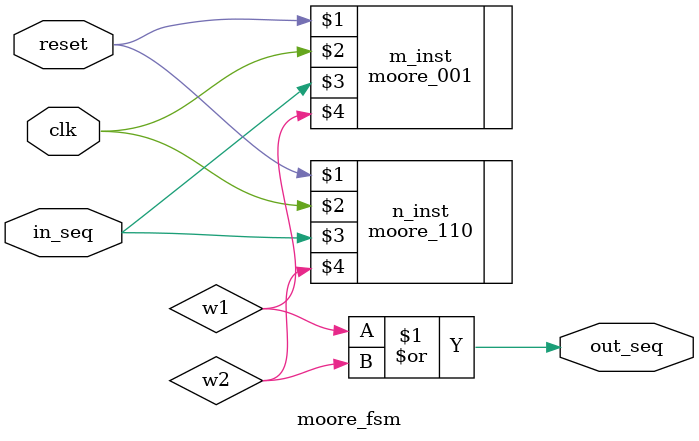
<source format=v>
module moore_fsm(reset,clk,in_seq,out_seq);
input reset;
input clk;
input in_seq;
output out_seq;

wire w1,w2;
moore_001 m_inst(reset,clk,in_seq,w1);
moore_110 n_inst(reset,clk,in_seq,w2);
or O1(out_seq,w1,w2);

endmodule
</source>
